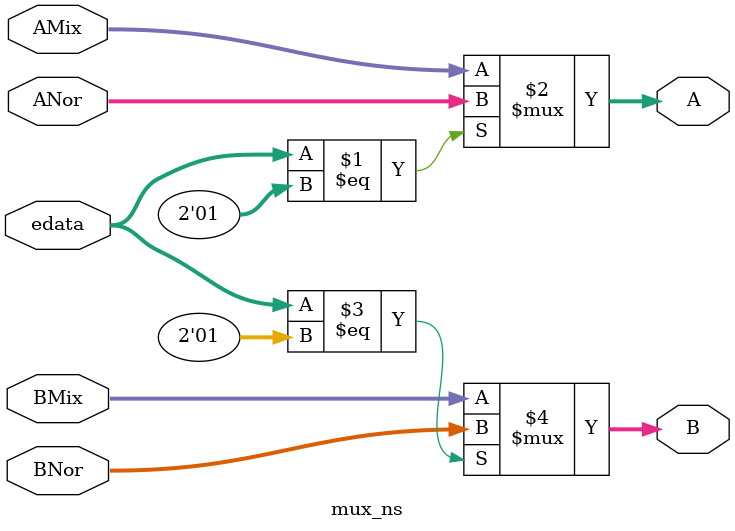
<source format=v>
module mux_ns
(
input [36:0] ANor,
input [36:0] BNor,
input [36:0] AMix,
input [36:0] BMix,
output [36:0] A,
output [36:0] B,
input [1:0] edata
);

assign A = edata == 2'b01 ? ANor : AMix;
assign B = edata == 2'b01 ? BNor : BMix;

endmodule

</source>
